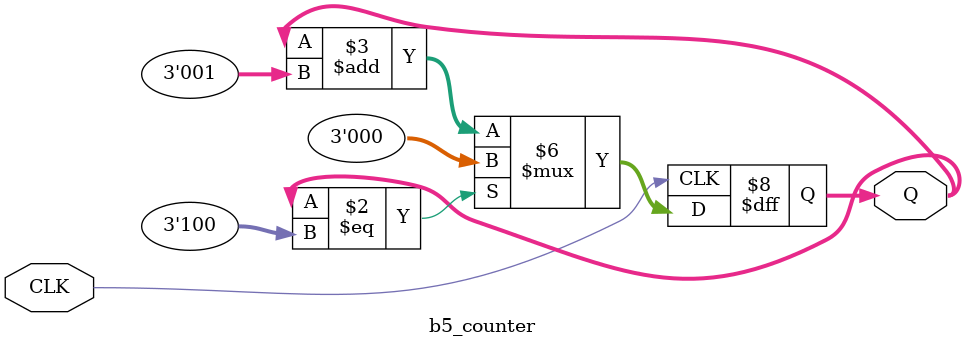
<source format=v>
`timescale 1ns / 1ps
module b5_counter(CLK, Q);
	input CLK;
	output [2:0] Q;
	
	reg [2:0] Q = 3'b000;
	
	always @(negedge CLK)
	begin
		if(Q == 3'b100)
			Q <= 3'b000;
		else
			Q <= Q + 3'b001;
	end

endmodule

</source>
